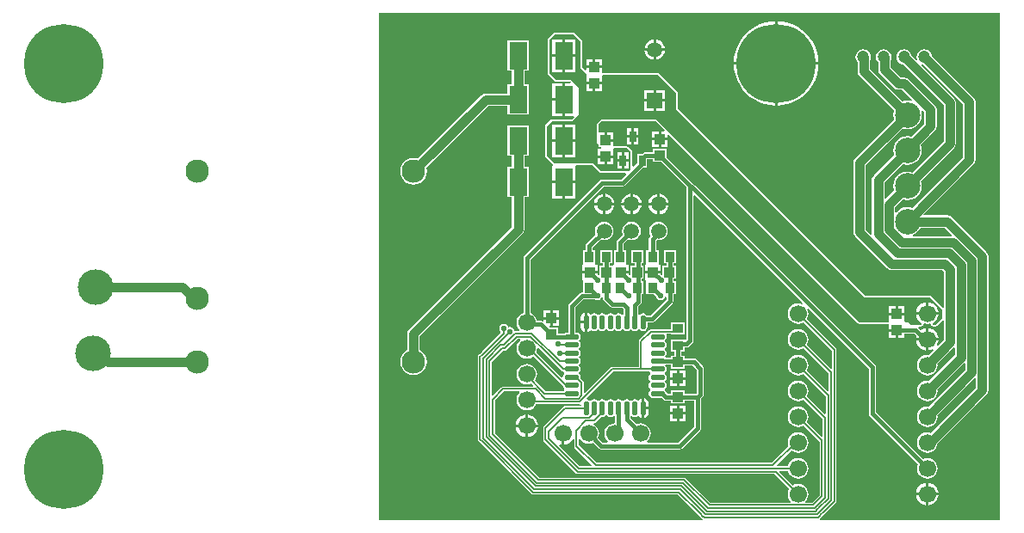
<source format=gtl>
G04*
G04 #@! TF.GenerationSoftware,Altium Limited,Altium Designer,20.1.12 (249)*
G04*
G04 Layer_Physical_Order=1*
G04 Layer_Color=255*
%FSLAX25Y25*%
%MOIN*%
G70*
G04*
G04 #@! TF.SameCoordinates,A6E25834-E18E-4168-B90B-242D5B1D2A4A*
G04*
G04*
G04 #@! TF.FilePolarity,Positive*
G04*
G01*
G75*
%ADD32R,0.03937X0.03937*%
%ADD33R,0.03543X0.03937*%
%ADD34R,0.03937X0.03937*%
%ADD35R,0.02559X0.04331*%
%ADD36R,0.07087X0.10630*%
%ADD37O,0.05709X0.02165*%
%ADD38O,0.02165X0.05709*%
%ADD39R,0.03937X0.03543*%
%ADD40C,0.03500*%
%ADD41C,0.01500*%
%ADD42C,0.00600*%
%ADD43C,0.06693*%
%ADD44C,0.09843*%
%ADD45C,0.30709*%
%ADD46C,0.09055*%
%ADD47C,0.04724*%
%ADD48R,0.05906X0.05906*%
%ADD49C,0.05906*%
%ADD50C,0.13780*%
%ADD51C,0.02165*%
G36*
X352604Y-38493D02*
Y-43209D01*
X347730Y-48083D01*
X347583Y-48022D01*
X346142Y-47833D01*
X344700Y-48022D01*
X343357Y-48579D01*
X342204Y-49464D01*
X341319Y-50617D01*
X340763Y-51960D01*
X340573Y-53402D01*
X340763Y-54843D01*
X340924Y-55231D01*
X333076Y-63079D01*
X332557Y-63856D01*
X332374Y-64773D01*
X332374Y-64773D01*
Y-85671D01*
X332374Y-85671D01*
X332401Y-85806D01*
X331940Y-86052D01*
X329896Y-84008D01*
Y-59256D01*
X335544Y-53608D01*
X335544Y-53608D01*
X344312Y-44840D01*
X344700Y-45001D01*
X346142Y-45191D01*
X347583Y-45001D01*
X348926Y-44445D01*
X350079Y-43560D01*
X350964Y-42406D01*
X351521Y-41063D01*
X351711Y-39622D01*
X351521Y-38181D01*
X351466Y-38048D01*
X351882Y-37770D01*
X352604Y-38493D01*
D02*
G37*
G36*
X351865Y-20067D02*
X352176Y-20108D01*
X367604Y-35536D01*
Y-56110D01*
X347972Y-75742D01*
X347583Y-75582D01*
X346142Y-75392D01*
X344700Y-75582D01*
X343357Y-76138D01*
X342204Y-77023D01*
X341767Y-77593D01*
X341266Y-77423D01*
Y-75445D01*
X344312Y-72399D01*
X344700Y-72560D01*
X346142Y-72750D01*
X347583Y-72560D01*
X348926Y-72004D01*
X350079Y-71119D01*
X350964Y-69965D01*
X351521Y-68622D01*
X351711Y-67181D01*
X351521Y-65740D01*
X351360Y-65351D01*
X364194Y-52517D01*
X364194Y-52517D01*
X364714Y-51740D01*
X364896Y-50823D01*
X364896Y-50823D01*
Y-34917D01*
X364714Y-34000D01*
X364194Y-33223D01*
X364194Y-33223D01*
X351378Y-20407D01*
X351661Y-19983D01*
X351865Y-20067D01*
D02*
G37*
G36*
X363298Y-86142D02*
X363091Y-86642D01*
X348160D01*
X348061Y-86142D01*
X348926Y-85783D01*
X350079Y-84898D01*
X350964Y-83745D01*
X351125Y-83357D01*
X360513D01*
X363298Y-86142D01*
D02*
G37*
G36*
X247701Y-57899D02*
X250891D01*
X260624Y-67632D01*
Y-126472D01*
X260225Y-126796D01*
X259838Y-126656D01*
Y-126656D01*
X254701D01*
Y-131399D01*
X255893D01*
Y-132963D01*
X254701D01*
Y-133730D01*
X252450D01*
X252298Y-133230D01*
X252388Y-133170D01*
X252760Y-132613D01*
X252890Y-131957D01*
X252760Y-131300D01*
X252388Y-130744D01*
X252221Y-130632D01*
Y-130132D01*
X252388Y-130020D01*
X252760Y-129464D01*
X252890Y-128807D01*
X252760Y-128150D01*
X252388Y-127594D01*
X252221Y-127482D01*
Y-126982D01*
X252388Y-126871D01*
X252760Y-126314D01*
X252890Y-125657D01*
X252778Y-125092D01*
X253043Y-124592D01*
X254701D01*
Y-124706D01*
X259838D01*
Y-119963D01*
X254701D01*
Y-122757D01*
X246810D01*
X246459Y-122827D01*
X246161Y-123026D01*
X242351Y-126836D01*
X242152Y-127134D01*
X242082Y-127485D01*
Y-137338D01*
X231857D01*
X231506Y-137408D01*
X231208Y-137607D01*
X221269Y-147546D01*
X220807Y-147354D01*
Y-143388D01*
X220738Y-143037D01*
X220539Y-142739D01*
X219553Y-141754D01*
X219623Y-141405D01*
X219492Y-140749D01*
X219120Y-140192D01*
X218953Y-140081D01*
Y-139581D01*
X219120Y-139469D01*
X219492Y-138912D01*
X219623Y-138256D01*
X219492Y-137599D01*
X219120Y-137043D01*
X218953Y-136931D01*
Y-136431D01*
X219120Y-136319D01*
X219492Y-135763D01*
X219623Y-135106D01*
X219492Y-134450D01*
X219120Y-133893D01*
X218953Y-133782D01*
Y-133282D01*
X219120Y-133170D01*
X219492Y-132613D01*
X219623Y-131957D01*
X219492Y-131300D01*
X219120Y-130744D01*
X218953Y-130632D01*
Y-130132D01*
X219120Y-130020D01*
X219492Y-129464D01*
X219623Y-128807D01*
X219492Y-128150D01*
X219120Y-127594D01*
X218953Y-127482D01*
Y-126982D01*
X219120Y-126871D01*
X219492Y-126314D01*
X219623Y-125657D01*
X219492Y-125001D01*
X219120Y-124444D01*
X218564Y-124072D01*
X217907Y-123942D01*
X217512D01*
Y-114435D01*
X220686Y-111260D01*
X225128D01*
X225440Y-111469D01*
X226096Y-111599D01*
X226753Y-111469D01*
X227309Y-111097D01*
X227681Y-110540D01*
X227739Y-110249D01*
X228239Y-110299D01*
Y-110616D01*
X228344Y-111143D01*
X228643Y-111589D01*
X231027Y-113973D01*
X231027Y-113973D01*
X231473Y-114272D01*
X232000Y-114376D01*
X235623D01*
X236117Y-114871D01*
Y-117001D01*
X235617Y-117152D01*
X235557Y-117062D01*
X235001Y-116691D01*
X234344Y-116560D01*
X233688Y-116691D01*
X233131Y-117062D01*
X233019Y-117229D01*
X232519D01*
X232408Y-117062D01*
X231851Y-116691D01*
X231194Y-116560D01*
X230538Y-116691D01*
X229981Y-117062D01*
X229870Y-117229D01*
X229370D01*
X229258Y-117062D01*
X228701Y-116691D01*
X228045Y-116560D01*
X227388Y-116691D01*
X226832Y-117062D01*
X226720Y-117229D01*
X226220D01*
X226108Y-117062D01*
X225552Y-116691D01*
X224895Y-116560D01*
X224239Y-116691D01*
X223682Y-117062D01*
X223440D01*
X223247Y-116774D01*
X222558Y-116314D01*
X222246Y-116252D01*
Y-120047D01*
Y-123843D01*
X222558Y-123781D01*
X223247Y-123320D01*
X223440Y-123032D01*
X223682D01*
X224239Y-123404D01*
X224895Y-123535D01*
X225552Y-123404D01*
X226108Y-123032D01*
X226220Y-122865D01*
X226720D01*
X226832Y-123032D01*
X227388Y-123404D01*
X228045Y-123535D01*
X228701Y-123404D01*
X229258Y-123032D01*
X229370Y-122865D01*
X229870D01*
X229981Y-123032D01*
X230538Y-123404D01*
X231194Y-123535D01*
X231851Y-123404D01*
X232408Y-123032D01*
X232519Y-122865D01*
X233019D01*
X233131Y-123032D01*
X233688Y-123404D01*
X234344Y-123535D01*
X235001Y-123404D01*
X235557Y-123032D01*
X235669Y-122865D01*
X236169D01*
X236281Y-123032D01*
X236837Y-123404D01*
X237494Y-123535D01*
X238150Y-123404D01*
X238707Y-123032D01*
X238819Y-122865D01*
X239318D01*
X239430Y-123032D01*
X239987Y-123404D01*
X240643Y-123535D01*
X241300Y-123404D01*
X241857Y-123032D01*
X241968Y-122865D01*
X242468D01*
X242580Y-123032D01*
X243136Y-123404D01*
X243793Y-123535D01*
X244449Y-123404D01*
X245006Y-123032D01*
X245378Y-122476D01*
X245509Y-121819D01*
Y-120251D01*
X247126D01*
X247652Y-120146D01*
X248099Y-119848D01*
X255089Y-112858D01*
X255089Y-112857D01*
X255387Y-112411D01*
X255492Y-111884D01*
Y-109250D01*
X256487D01*
Y-104113D01*
X255492D01*
Y-103250D01*
X256487D01*
Y-98113D01*
X255492D01*
Y-97250D01*
X256487D01*
Y-92113D01*
X251744D01*
Y-97250D01*
X252739D01*
Y-98113D01*
X251350D01*
Y-101681D01*
X250881Y-101886D01*
X250588Y-101650D01*
Y-101181D01*
X247620D01*
X244651D01*
Y-103650D01*
X244962D01*
X245051Y-104113D01*
X245051D01*
Y-109250D01*
X247848D01*
X248980Y-110381D01*
X249011Y-110540D01*
X249383Y-111097D01*
X249940Y-111469D01*
X250596Y-111599D01*
X251253Y-111469D01*
X251810Y-111097D01*
X252181Y-110540D01*
X252239Y-110249D01*
X252739Y-110299D01*
Y-111314D01*
X246555Y-117498D01*
X245297D01*
X245006Y-117062D01*
X244449Y-116691D01*
X243793Y-116560D01*
X243136Y-116691D01*
X242580Y-117062D01*
X242520Y-117152D01*
X242020Y-117001D01*
Y-113927D01*
X242973Y-112973D01*
X242973Y-112973D01*
X243272Y-112527D01*
X243376Y-112000D01*
X243376Y-112000D01*
Y-109250D01*
X243987D01*
Y-104113D01*
X243376D01*
Y-103250D01*
X243987D01*
Y-98113D01*
X243376D01*
Y-97250D01*
X243987D01*
Y-92113D01*
X239244D01*
Y-97250D01*
X240623D01*
Y-98113D01*
X238850D01*
Y-101681D01*
X238381Y-101886D01*
X238088Y-101650D01*
Y-101181D01*
X235120D01*
Y-100181D01*
X238088D01*
Y-97713D01*
X237384D01*
X237295Y-97250D01*
X237295Y-97213D01*
Y-92113D01*
X236299D01*
Y-89598D01*
X237927Y-87970D01*
X238342Y-88142D01*
X239269Y-88265D01*
X240197Y-88142D01*
X241061Y-87784D01*
X241803Y-87215D01*
X242373Y-86473D01*
X242731Y-85609D01*
X242853Y-84681D01*
X242731Y-83754D01*
X242373Y-82889D01*
X241803Y-82147D01*
X241061Y-81578D01*
X240197Y-81220D01*
X239269Y-81098D01*
X238342Y-81220D01*
X237478Y-81578D01*
X236735Y-82147D01*
X236166Y-82889D01*
X235808Y-83754D01*
X235686Y-84681D01*
X235808Y-85609D01*
X235980Y-86024D01*
X233949Y-88054D01*
X233651Y-88501D01*
X233546Y-89028D01*
Y-92113D01*
X232551D01*
Y-97213D01*
X232551Y-97250D01*
X232462Y-97713D01*
X232151D01*
X231987Y-98113D01*
X230992D01*
Y-97250D01*
X231987D01*
Y-92113D01*
X227244D01*
Y-97250D01*
X228239D01*
Y-98113D01*
X226850D01*
Y-101681D01*
X226381Y-101886D01*
X226088Y-101650D01*
Y-101181D01*
X223120D01*
X220151D01*
Y-103650D01*
X220462D01*
X220551Y-104113D01*
X220551D01*
Y-108507D01*
X220116D01*
X219589Y-108612D01*
X219143Y-108911D01*
X219143Y-108911D01*
X215162Y-112891D01*
X214864Y-113338D01*
X214759Y-113865D01*
Y-123942D01*
X214364D01*
X213707Y-124072D01*
X213395Y-124281D01*
X210838D01*
Y-122262D01*
X207700D01*
X207464Y-121969D01*
X207669Y-121500D01*
X207769D01*
Y-119032D01*
X205301D01*
Y-119373D01*
X204801Y-119637D01*
X204366Y-119551D01*
X202667D01*
X202614Y-119151D01*
X202217Y-118191D01*
X201584Y-117367D01*
X200760Y-116734D01*
X200146Y-116480D01*
Y-95801D01*
X228570Y-67376D01*
X235801D01*
X236328Y-67272D01*
X236774Y-66973D01*
X243577Y-60171D01*
X245389D01*
Y-56707D01*
X247701D01*
Y-57899D01*
D02*
G37*
G36*
X305644Y-112652D02*
X305361Y-113076D01*
X304782Y-112836D01*
X303752Y-112701D01*
X302722Y-112836D01*
X301762Y-113234D01*
X300937Y-113866D01*
X300305Y-114691D01*
X299907Y-115651D01*
X299771Y-116681D01*
X299907Y-117711D01*
X300305Y-118671D01*
X300937Y-119496D01*
X301762Y-120128D01*
X302722Y-120526D01*
X303752Y-120662D01*
X304782Y-120526D01*
X305742Y-120128D01*
X305832Y-120059D01*
X316882Y-131109D01*
Y-137861D01*
X316420Y-138052D01*
X307130Y-128761D01*
X307199Y-128671D01*
X307597Y-127711D01*
X307733Y-126681D01*
X307597Y-125651D01*
X307199Y-124691D01*
X306567Y-123866D01*
X305742Y-123234D01*
X304782Y-122836D01*
X303752Y-122701D01*
X302722Y-122836D01*
X301762Y-123234D01*
X300937Y-123866D01*
X300305Y-124691D01*
X299907Y-125651D01*
X299771Y-126681D01*
X299907Y-127711D01*
X300305Y-128671D01*
X300937Y-129496D01*
X301762Y-130128D01*
X302722Y-130526D01*
X303752Y-130662D01*
X304782Y-130526D01*
X305742Y-130128D01*
X305832Y-130059D01*
X315682Y-139909D01*
Y-146660D01*
X315220Y-146852D01*
X307130Y-138761D01*
X307199Y-138671D01*
X307597Y-137711D01*
X307733Y-136681D01*
X307597Y-135651D01*
X307199Y-134691D01*
X306567Y-133867D01*
X305742Y-133234D01*
X304782Y-132836D01*
X303752Y-132701D01*
X302722Y-132836D01*
X301762Y-133234D01*
X300937Y-133867D01*
X300305Y-134691D01*
X299907Y-135651D01*
X299771Y-136681D01*
X299907Y-137711D01*
X300305Y-138671D01*
X300937Y-139496D01*
X301762Y-140128D01*
X302722Y-140526D01*
X303752Y-140662D01*
X304782Y-140526D01*
X305742Y-140128D01*
X305832Y-140059D01*
X314482Y-148709D01*
Y-155461D01*
X314020Y-155652D01*
X307130Y-148761D01*
X307199Y-148671D01*
X307597Y-147711D01*
X307733Y-146681D01*
X307597Y-145651D01*
X307199Y-144691D01*
X306567Y-143867D01*
X305742Y-143234D01*
X304782Y-142836D01*
X303752Y-142701D01*
X302722Y-142836D01*
X301762Y-143234D01*
X300937Y-143867D01*
X300305Y-144691D01*
X299907Y-145651D01*
X299771Y-146681D01*
X299907Y-147711D01*
X300305Y-148671D01*
X300937Y-149496D01*
X301762Y-150128D01*
X302722Y-150526D01*
X303752Y-150662D01*
X304782Y-150526D01*
X305742Y-150128D01*
X305832Y-150059D01*
X313282Y-157509D01*
Y-164260D01*
X312820Y-164452D01*
X307130Y-158761D01*
X307199Y-158671D01*
X307597Y-157711D01*
X307733Y-156681D01*
X307597Y-155651D01*
X307199Y-154691D01*
X306567Y-153867D01*
X305742Y-153234D01*
X304782Y-152836D01*
X303752Y-152701D01*
X302722Y-152836D01*
X301762Y-153234D01*
X300937Y-153867D01*
X300305Y-154691D01*
X299907Y-155651D01*
X299771Y-156681D01*
X299907Y-157711D01*
X300305Y-158671D01*
X300937Y-159496D01*
X301762Y-160128D01*
X302722Y-160526D01*
X303752Y-160662D01*
X304782Y-160526D01*
X305742Y-160128D01*
X305832Y-160059D01*
X312082Y-166309D01*
Y-187120D01*
X309192Y-190010D01*
X306674D01*
X306514Y-189536D01*
X306567Y-189496D01*
X307199Y-188671D01*
X307597Y-187711D01*
X307733Y-186681D01*
X307597Y-185651D01*
X307199Y-184691D01*
X306567Y-183867D01*
X305742Y-183234D01*
X304782Y-182836D01*
X303752Y-182701D01*
X302722Y-182836D01*
X301762Y-183234D01*
X301672Y-183303D01*
X296448Y-178080D01*
X296639Y-177618D01*
X299895D01*
X299907Y-177711D01*
X300305Y-178671D01*
X300937Y-179496D01*
X301762Y-180128D01*
X302722Y-180526D01*
X303752Y-180662D01*
X304782Y-180526D01*
X305742Y-180128D01*
X306567Y-179496D01*
X307199Y-178671D01*
X307597Y-177711D01*
X307733Y-176681D01*
X307597Y-175651D01*
X307199Y-174691D01*
X306567Y-173866D01*
X305742Y-173234D01*
X304782Y-172836D01*
X303752Y-172701D01*
X302722Y-172836D01*
X301762Y-173234D01*
X300937Y-173866D01*
X300305Y-174691D01*
X299907Y-175651D01*
X299890Y-175782D01*
X295669D01*
X295477Y-175320D01*
X301144Y-169654D01*
X301762Y-170128D01*
X302722Y-170526D01*
X303752Y-170662D01*
X304782Y-170526D01*
X305742Y-170128D01*
X306567Y-169496D01*
X307199Y-168671D01*
X307597Y-167711D01*
X307733Y-166681D01*
X307597Y-165651D01*
X307199Y-164691D01*
X306567Y-163866D01*
X305742Y-163234D01*
X304782Y-162836D01*
X303752Y-162701D01*
X302722Y-162836D01*
X301762Y-163234D01*
X300937Y-163866D01*
X300305Y-164691D01*
X299907Y-165651D01*
X299771Y-166681D01*
X299907Y-167711D01*
X300078Y-168124D01*
X293620Y-174582D01*
X225880D01*
X218918Y-167620D01*
Y-165447D01*
X219418Y-165296D01*
X219955Y-165996D01*
X220779Y-166628D01*
X221739Y-167026D01*
X222769Y-167162D01*
X223799Y-167026D01*
X224413Y-166772D01*
X226615Y-168973D01*
X226615Y-168973D01*
X227062Y-169272D01*
X227588Y-169376D01*
X258000D01*
X258527Y-169272D01*
X258973Y-168973D01*
X265942Y-162005D01*
X266240Y-161558D01*
X266345Y-161031D01*
Y-149602D01*
X266973Y-148973D01*
X267272Y-148527D01*
X267376Y-148000D01*
X267376Y-148000D01*
Y-138000D01*
X267272Y-137473D01*
X266973Y-137027D01*
X264505Y-134558D01*
X264058Y-134260D01*
X263531Y-134155D01*
X259838D01*
Y-132963D01*
X258646D01*
Y-131399D01*
X259838D01*
Y-129889D01*
X260609D01*
X261136Y-129784D01*
X261582Y-129485D01*
X262973Y-128095D01*
X263272Y-127648D01*
X263376Y-127121D01*
X263376Y-127121D01*
Y-71038D01*
X263838Y-70846D01*
X305644Y-112652D01*
D02*
G37*
G36*
X219500Y-11000D02*
Y-21500D01*
X221862Y-23862D01*
X221801Y-24362D01*
X221801Y-24418D01*
Y-26831D01*
X227738D01*
Y-24500D01*
X227738Y-24362D01*
X228070Y-24000D01*
X249500D01*
X256500Y-31000D01*
Y-37500D01*
X329500Y-110500D01*
X355000D01*
X359500Y-115000D01*
Y-118500D01*
X357000Y-121000D01*
X355990D01*
X355890Y-120500D01*
X355944Y-120478D01*
X356852Y-119781D01*
X357549Y-118873D01*
X357986Y-117816D01*
X358070Y-117181D01*
X353752D01*
Y-116681D01*
D01*
Y-117181D01*
X349434D01*
X349517Y-117816D01*
X349955Y-118873D01*
X350652Y-119781D01*
X351560Y-120478D01*
X351614Y-120500D01*
X351514Y-121000D01*
X347500D01*
X346500Y-120000D01*
X345393D01*
X344969Y-119819D01*
X344969Y-119500D01*
Y-117350D01*
X342000D01*
X339032D01*
Y-119500D01*
X339032Y-119819D01*
X338607Y-120000D01*
X327500D01*
X249000Y-41500D01*
X227500D01*
X226000Y-43000D01*
Y-50500D01*
X226701Y-51201D01*
Y-52100D01*
X227474D01*
X227687Y-52370D01*
X227474Y-52862D01*
X226301D01*
Y-55331D01*
X232238D01*
Y-53000D01*
X232238Y-52862D01*
X232571Y-52500D01*
X237500D01*
X239000Y-54000D01*
X239000Y-60854D01*
X238354Y-61500D01*
X227500D01*
X224500Y-58500D01*
X209500Y-58500D01*
X206500Y-55500D01*
Y-44000D01*
X208500Y-42000D01*
X216500D01*
X219000Y-39500D01*
Y-29000D01*
X216000Y-26000D01*
X210000Y-26000D01*
X207500Y-23500D01*
Y-10500D01*
X209500Y-8500D01*
X217000D01*
X219500Y-11000D01*
D02*
G37*
G36*
X381890Y-196850D02*
X312400D01*
X312244Y-196461D01*
X312235Y-196350D01*
X313340Y-195246D01*
X313340Y-195246D01*
X313691Y-194895D01*
X313691Y-194895D01*
X314043Y-194543D01*
X314043Y-194543D01*
X318449Y-190137D01*
X318648Y-189839D01*
X318718Y-189488D01*
Y-130729D01*
X318648Y-130378D01*
X318449Y-130080D01*
X307130Y-118761D01*
X307199Y-118671D01*
X307597Y-117711D01*
X307733Y-116681D01*
X307597Y-115651D01*
X307357Y-115072D01*
X307781Y-114789D01*
X331123Y-138132D01*
Y-155429D01*
X331228Y-155956D01*
X331527Y-156402D01*
X350161Y-175037D01*
X349907Y-175651D01*
X349771Y-176681D01*
X349907Y-177711D01*
X350305Y-178671D01*
X350937Y-179496D01*
X351762Y-180128D01*
X352722Y-180526D01*
X353752Y-180662D01*
X354782Y-180526D01*
X355742Y-180128D01*
X356567Y-179496D01*
X357199Y-178671D01*
X357597Y-177711D01*
X357733Y-176681D01*
X357597Y-175651D01*
X357199Y-174691D01*
X356567Y-173866D01*
X355742Y-173234D01*
X354782Y-172836D01*
X353752Y-172701D01*
X352722Y-172836D01*
X352108Y-173091D01*
X333876Y-154859D01*
Y-137562D01*
X333876Y-137561D01*
X333772Y-137035D01*
X333473Y-136588D01*
X263377Y-66492D01*
X263135Y-66330D01*
X262973Y-66088D01*
X262973Y-66088D01*
X252838Y-55953D01*
Y-52762D01*
X247701D01*
Y-53954D01*
X244699D01*
X244698Y-53954D01*
X244172Y-54059D01*
X243725Y-54357D01*
X243442Y-54640D01*
X241630D01*
Y-58224D01*
X240111Y-59743D01*
X239649Y-59552D01*
X239649Y-54000D01*
X239459Y-53541D01*
X237959Y-52041D01*
X237500Y-51851D01*
X232571D01*
X232464Y-51746D01*
X232238Y-51442D01*
Y-50032D01*
X229269D01*
Y-49531D01*
X228769D01*
Y-46563D01*
X226649D01*
Y-43269D01*
X227769Y-42149D01*
X248731D01*
X252183Y-45601D01*
X251991Y-46063D01*
X250769D01*
Y-48531D01*
X253238D01*
Y-47309D01*
X253700Y-47118D01*
X327041Y-120459D01*
X327500Y-120649D01*
X338607D01*
X338922Y-120872D01*
X339032Y-121027D01*
Y-122650D01*
X342000D01*
Y-123150D01*
X342500D01*
Y-126118D01*
X344969D01*
Y-124526D01*
X348799D01*
X349606Y-125333D01*
X349517Y-125547D01*
X349434Y-126181D01*
X353252D01*
Y-122363D01*
X352617Y-122447D01*
X351560Y-122885D01*
X351272Y-123106D01*
X350342Y-122176D01*
X350302Y-122149D01*
X350454Y-121649D01*
X351514D01*
X351689Y-121577D01*
X351875Y-121540D01*
X351912Y-121485D01*
X351974Y-121459D01*
X352046Y-121284D01*
X352151Y-121127D01*
X352206Y-120853D01*
X352671Y-120537D01*
X352722Y-120526D01*
X353752Y-120662D01*
X354782Y-120526D01*
X354833Y-120537D01*
X355298Y-120853D01*
X355353Y-121127D01*
X355458Y-121284D01*
X355530Y-121459D01*
X355592Y-121485D01*
X355629Y-121540D01*
X355815Y-121577D01*
X355990Y-121649D01*
X357000D01*
X357459Y-121459D01*
X359804Y-119114D01*
X360304Y-119322D01*
Y-126741D01*
X358032Y-129013D01*
X357608Y-128729D01*
X357986Y-127816D01*
X358070Y-127181D01*
X354252D01*
Y-130999D01*
X354887Y-130916D01*
X355800Y-130537D01*
X356083Y-130961D01*
X354275Y-132770D01*
X353752Y-132701D01*
X352722Y-132836D01*
X351762Y-133234D01*
X350937Y-133867D01*
X350305Y-134691D01*
X349907Y-135651D01*
X349771Y-136681D01*
X349907Y-137711D01*
X350305Y-138671D01*
X350937Y-139496D01*
X351762Y-140128D01*
X352722Y-140526D01*
X353752Y-140662D01*
X354782Y-140526D01*
X355742Y-140128D01*
X356567Y-139496D01*
X357199Y-138671D01*
X357597Y-137711D01*
X357733Y-136681D01*
X357664Y-136158D01*
X363904Y-129918D01*
X364404Y-130125D01*
Y-132641D01*
X354275Y-142770D01*
X353752Y-142701D01*
X352722Y-142836D01*
X351762Y-143234D01*
X350937Y-143867D01*
X350305Y-144691D01*
X349907Y-145651D01*
X349771Y-146681D01*
X349907Y-147711D01*
X350305Y-148671D01*
X350937Y-149496D01*
X351762Y-150128D01*
X352722Y-150526D01*
X353752Y-150662D01*
X354782Y-150526D01*
X355742Y-150128D01*
X356567Y-149496D01*
X357199Y-148671D01*
X357597Y-147711D01*
X357733Y-146681D01*
X357664Y-146158D01*
X368004Y-135818D01*
X368504Y-136025D01*
Y-138541D01*
X354275Y-152769D01*
X353752Y-152701D01*
X352722Y-152836D01*
X351762Y-153234D01*
X350937Y-153867D01*
X350305Y-154691D01*
X349907Y-155651D01*
X349771Y-156681D01*
X349907Y-157711D01*
X350305Y-158671D01*
X350937Y-159496D01*
X351762Y-160128D01*
X352722Y-160526D01*
X353752Y-160662D01*
X354782Y-160526D01*
X355742Y-160128D01*
X356567Y-159496D01*
X357199Y-158671D01*
X357597Y-157711D01*
X357733Y-156681D01*
X357664Y-156158D01*
X372104Y-141718D01*
X372604Y-141925D01*
Y-145554D01*
X355164Y-162994D01*
X354782Y-162836D01*
X353752Y-162701D01*
X352722Y-162836D01*
X351762Y-163234D01*
X350937Y-163866D01*
X350305Y-164691D01*
X349907Y-165651D01*
X349771Y-166681D01*
X349907Y-167711D01*
X350305Y-168671D01*
X350937Y-169496D01*
X351762Y-170128D01*
X352722Y-170526D01*
X353752Y-170662D01*
X354782Y-170526D01*
X355742Y-170128D01*
X356567Y-169496D01*
X357199Y-168671D01*
X357597Y-167711D01*
X357653Y-167281D01*
X376694Y-148241D01*
X376694Y-148241D01*
X377214Y-147463D01*
X377396Y-146546D01*
Y-94455D01*
X377396Y-94455D01*
X377214Y-93538D01*
X376694Y-92761D01*
X376694Y-92761D01*
X363199Y-79266D01*
X362422Y-78747D01*
X361505Y-78565D01*
X361505Y-78565D01*
X352580D01*
X352388Y-78103D01*
X371694Y-58797D01*
X372214Y-58019D01*
X372396Y-57102D01*
X372396Y-57102D01*
Y-34543D01*
X372396Y-34543D01*
X372214Y-33626D01*
X371694Y-32849D01*
X355565Y-16720D01*
X355524Y-16408D01*
X355225Y-15687D01*
X354750Y-15068D01*
X354132Y-14594D01*
X353411Y-14295D01*
X352638Y-14193D01*
X351865Y-14295D01*
X351144Y-14594D01*
X350525Y-15068D01*
X350050Y-15687D01*
X349752Y-16408D01*
X349650Y-17181D01*
X349752Y-17954D01*
X349836Y-18158D01*
X349412Y-18441D01*
X347691Y-16720D01*
X347650Y-16408D01*
X347351Y-15687D01*
X346877Y-15068D01*
X346258Y-14594D01*
X345537Y-14295D01*
X344764Y-14193D01*
X343990Y-14295D01*
X343270Y-14594D01*
X342651Y-15068D01*
X342176Y-15687D01*
X341878Y-16408D01*
X341776Y-17181D01*
X341878Y-17954D01*
X342176Y-18675D01*
X342651Y-19294D01*
X343270Y-19769D01*
X343990Y-20067D01*
X344302Y-20108D01*
X360104Y-35910D01*
Y-49830D01*
X347972Y-61963D01*
X347583Y-61802D01*
X346142Y-61612D01*
X344700Y-61802D01*
X343357Y-62358D01*
X342204Y-63243D01*
X341319Y-64397D01*
X340763Y-65740D01*
X340573Y-67181D01*
X340763Y-68622D01*
X340924Y-69011D01*
X337667Y-72268D01*
X337167Y-72061D01*
Y-65765D01*
X344312Y-58620D01*
X344700Y-58781D01*
X346142Y-58970D01*
X347583Y-58781D01*
X348926Y-58224D01*
X350079Y-57339D01*
X350964Y-56186D01*
X351521Y-54843D01*
X351711Y-53402D01*
X351521Y-51960D01*
X351260Y-51330D01*
X356694Y-45896D01*
X356694Y-45896D01*
X357214Y-45119D01*
X357396Y-44202D01*
X357396Y-44202D01*
Y-37500D01*
X357396Y-37500D01*
X357214Y-36583D01*
X356694Y-35806D01*
X356694Y-35806D01*
X346694Y-25806D01*
X345917Y-25286D01*
X345000Y-25104D01*
X345000Y-25104D01*
X343493D01*
X339520Y-21132D01*
Y-18572D01*
X339776Y-17954D01*
X339878Y-17181D01*
X339776Y-16408D01*
X339477Y-15687D01*
X339002Y-15068D01*
X338384Y-14594D01*
X337663Y-14295D01*
X336890Y-14193D01*
X336117Y-14295D01*
X335396Y-14594D01*
X334777Y-15068D01*
X334302Y-15687D01*
X334004Y-16408D01*
X333902Y-17181D01*
X334004Y-17954D01*
X334302Y-18675D01*
X334728Y-19230D01*
Y-22124D01*
X334728Y-22124D01*
X334910Y-23041D01*
X335430Y-23818D01*
X340806Y-29194D01*
X341583Y-29714D01*
X342500Y-29896D01*
X342500Y-29896D01*
X344007D01*
X347994Y-33882D01*
X347716Y-34298D01*
X347583Y-34243D01*
X346142Y-34053D01*
X344700Y-34243D01*
X344312Y-34404D01*
X331646Y-21738D01*
Y-18572D01*
X331902Y-17954D01*
X332003Y-17181D01*
X331902Y-16408D01*
X331603Y-15687D01*
X331128Y-15068D01*
X330510Y-14594D01*
X329789Y-14295D01*
X329016Y-14193D01*
X328242Y-14295D01*
X327522Y-14594D01*
X326903Y-15068D01*
X326428Y-15687D01*
X326130Y-16408D01*
X326028Y-17181D01*
X326130Y-17954D01*
X326428Y-18675D01*
X326854Y-19230D01*
Y-22730D01*
X326854Y-22730D01*
X327036Y-23647D01*
X327556Y-24425D01*
X340924Y-37792D01*
X340763Y-38181D01*
X340573Y-39622D01*
X340763Y-41063D01*
X340924Y-41452D01*
X332156Y-50220D01*
X332156Y-50220D01*
X332156Y-50220D01*
X325806Y-56569D01*
X325286Y-57347D01*
X325104Y-58264D01*
X325104Y-58264D01*
Y-85000D01*
X325104Y-85000D01*
X325286Y-85917D01*
X325806Y-86694D01*
X338306Y-99194D01*
X339083Y-99714D01*
X340000Y-99896D01*
X340000Y-99896D01*
X359657D01*
X360304Y-100543D01*
Y-114178D01*
X359804Y-114385D01*
X355459Y-110041D01*
X355000Y-109851D01*
X329769D01*
X257149Y-37231D01*
Y-31000D01*
X256959Y-30541D01*
X249959Y-23541D01*
X249500Y-23351D01*
X228070D01*
X227964Y-23246D01*
X227738Y-22942D01*
Y-21531D01*
X221801D01*
Y-22229D01*
X221339Y-22420D01*
X220149Y-21231D01*
Y-11000D01*
X219959Y-10541D01*
X217459Y-8041D01*
X217000Y-7851D01*
X209500D01*
X209041Y-8041D01*
X207041Y-10041D01*
X206851Y-10500D01*
Y-23500D01*
X207041Y-23959D01*
X209541Y-26459D01*
X210000Y-26649D01*
X215587Y-26649D01*
X215755Y-26866D01*
X215511Y-27366D01*
X213628D01*
Y-33681D01*
Y-39996D01*
X216932D01*
X217124Y-40458D01*
X216231Y-41351D01*
X208500D01*
X208041Y-41541D01*
X206041Y-43541D01*
X205851Y-44000D01*
Y-55500D01*
X206041Y-55959D01*
X208948Y-58866D01*
X208833Y-59303D01*
X208794Y-59366D01*
X208584D01*
Y-65181D01*
X217671D01*
Y-59649D01*
X217671Y-59366D01*
X218081Y-59149D01*
X224231D01*
X227041Y-61959D01*
X227500Y-62149D01*
X237052D01*
X237243Y-62611D01*
X235231Y-64624D01*
X228000D01*
X227473Y-64728D01*
X227027Y-65027D01*
X197796Y-94257D01*
X197498Y-94704D01*
X197393Y-95231D01*
Y-116480D01*
X196779Y-116734D01*
X195955Y-117367D01*
X195322Y-118191D01*
X194924Y-119151D01*
X194789Y-120181D01*
X194924Y-121211D01*
X195322Y-122171D01*
X195955Y-122996D01*
X196008Y-123037D01*
X195847Y-123510D01*
X194376D01*
X194048Y-123575D01*
X193933Y-122995D01*
X193561Y-122439D01*
X193005Y-122067D01*
X192348Y-121936D01*
X191692Y-122067D01*
X191491Y-121984D01*
X191450Y-121777D01*
X191078Y-121221D01*
X190522Y-120849D01*
X189865Y-120718D01*
X189209Y-120849D01*
X188652Y-121221D01*
X188280Y-121777D01*
X188150Y-122434D01*
X188280Y-123091D01*
X188652Y-123647D01*
X188672Y-123660D01*
X188710Y-124204D01*
X181457Y-131457D01*
X181457Y-131457D01*
X181105Y-131808D01*
X181105Y-131808D01*
X180754Y-132160D01*
X180754Y-132160D01*
X180403Y-132511D01*
X180403Y-132511D01*
X180051Y-132863D01*
X179852Y-133161D01*
X179782Y-133512D01*
Y-165488D01*
X179852Y-165839D01*
X180051Y-166137D01*
X180403Y-166489D01*
X180403Y-166489D01*
X180754Y-166840D01*
X180754Y-166840D01*
X181105Y-167192D01*
X181105Y-167192D01*
X181457Y-167543D01*
X181457Y-167543D01*
X200563Y-186649D01*
X200861Y-186848D01*
X201212Y-186918D01*
X257332D01*
X264957Y-194543D01*
X264957Y-194543D01*
X265308Y-194895D01*
X265308Y-194895D01*
X265660Y-195246D01*
X265660Y-195246D01*
X266012Y-195597D01*
X266012Y-195597D01*
X266764Y-196350D01*
X266756Y-196461D01*
X266600Y-196850D01*
X141500D01*
X141500Y-0D01*
X381890Y0D01*
X381890Y-196850D01*
D02*
G37*
G36*
X205806Y-132510D02*
X212156Y-138860D01*
X212454Y-139059D01*
X212805Y-139129D01*
X212923D01*
X213151Y-139469D01*
X213318Y-139581D01*
Y-140081D01*
X213151Y-140192D01*
X212779Y-140749D01*
X212673Y-141283D01*
X212323Y-141455D01*
X212162Y-141480D01*
X202403Y-131720D01*
X202614Y-131211D01*
X202750Y-130181D01*
X202741Y-130115D01*
X203189Y-129894D01*
X205806Y-132510D01*
D02*
G37*
G36*
X196373Y-127045D02*
X195955Y-127366D01*
X195322Y-128191D01*
X194924Y-129151D01*
X194789Y-130181D01*
X194924Y-131211D01*
X195322Y-132171D01*
X195955Y-132996D01*
X196779Y-133628D01*
X197739Y-134026D01*
X198769Y-134162D01*
X199800Y-134026D01*
X200760Y-133628D01*
X201301Y-133213D01*
X212649Y-144562D01*
X212779Y-145212D01*
X213151Y-145768D01*
X213318Y-145880D01*
Y-146380D01*
X213151Y-146492D01*
X212953Y-146787D01*
X206085D01*
X201892Y-142594D01*
X202217Y-142171D01*
X202614Y-141211D01*
X202750Y-140181D01*
X202614Y-139151D01*
X202217Y-138191D01*
X201584Y-137366D01*
X200760Y-136734D01*
X199800Y-136336D01*
X198769Y-136201D01*
X197739Y-136336D01*
X196779Y-136734D01*
X195955Y-137366D01*
X195322Y-138191D01*
X194924Y-139151D01*
X194789Y-140181D01*
X194924Y-141211D01*
X195322Y-142171D01*
X195955Y-142996D01*
X196779Y-143628D01*
X197739Y-144026D01*
X198769Y-144162D01*
X199800Y-144026D01*
X200456Y-143754D01*
X201257Y-144555D01*
X201066Y-145017D01*
X189604D01*
X189253Y-145087D01*
X188955Y-145286D01*
X185680Y-148562D01*
X185218Y-148370D01*
Y-135383D01*
X189543Y-131057D01*
X190361D01*
X190713Y-130987D01*
X191010Y-130788D01*
X195254Y-126545D01*
X196204D01*
X196373Y-127045D01*
D02*
G37*
G36*
X254701Y-138100D02*
X259838D01*
Y-136908D01*
X262961D01*
X264623Y-138570D01*
Y-147430D01*
X264398Y-147655D01*
X259838D01*
Y-146463D01*
X254701D01*
Y-147655D01*
X253252D01*
X252788Y-147192D01*
X252760Y-147048D01*
X252388Y-146492D01*
X252221Y-146380D01*
Y-145880D01*
X252388Y-145768D01*
X252760Y-145212D01*
X252890Y-144555D01*
X252760Y-143899D01*
X252388Y-143342D01*
X252221Y-143230D01*
Y-142730D01*
X252388Y-142619D01*
X252760Y-142062D01*
X252890Y-141405D01*
X252760Y-140749D01*
X252388Y-140192D01*
X252221Y-140081D01*
Y-139581D01*
X252388Y-139469D01*
X252760Y-138912D01*
X252890Y-138256D01*
X252760Y-137599D01*
X252388Y-137043D01*
X252298Y-136983D01*
X252450Y-136483D01*
X254701D01*
Y-138100D01*
D02*
G37*
G36*
X229981Y-156300D02*
X230538Y-156672D01*
X231194Y-156802D01*
X231851Y-156672D01*
X232408Y-156300D01*
X232468Y-156210D01*
X232968Y-156362D01*
Y-159027D01*
X232769Y-159201D01*
X231739Y-159336D01*
X230779Y-159734D01*
X229955Y-160366D01*
X229322Y-161191D01*
X228924Y-162151D01*
X228789Y-163181D01*
X228924Y-164211D01*
X229322Y-165171D01*
X229955Y-165996D01*
X230156Y-166150D01*
X229995Y-166624D01*
X228158D01*
X226360Y-164825D01*
X226614Y-164211D01*
X226750Y-163181D01*
X226614Y-162151D01*
X226217Y-161191D01*
X225584Y-160366D01*
X224760Y-159734D01*
X224646Y-159687D01*
X224746Y-159187D01*
X224862D01*
X225213Y-159117D01*
X225511Y-158918D01*
X227696Y-156733D01*
X228045Y-156802D01*
X228701Y-156672D01*
X229258Y-156300D01*
X229370Y-156133D01*
X229870D01*
X229981Y-156300D01*
D02*
G37*
G36*
X246418Y-139469D02*
X246585Y-139581D01*
Y-140081D01*
X246418Y-140192D01*
X246046Y-140749D01*
X245916Y-141405D01*
X246046Y-142062D01*
X246418Y-142619D01*
X246585Y-142730D01*
Y-143230D01*
X246418Y-143342D01*
X246046Y-143899D01*
X245916Y-144555D01*
X246046Y-145212D01*
X246418Y-145768D01*
X246585Y-145880D01*
Y-146380D01*
X246418Y-146492D01*
X246046Y-147048D01*
X245916Y-147705D01*
X246046Y-148361D01*
X246418Y-148918D01*
X246975Y-149290D01*
X247632Y-149420D01*
X251124D01*
X251708Y-150005D01*
X251708Y-150005D01*
X252155Y-150303D01*
X252682Y-150408D01*
X252682Y-150408D01*
X254701D01*
Y-151600D01*
X259838D01*
Y-150408D01*
X263592D01*
Y-160461D01*
X257430Y-166624D01*
X245544D01*
X245383Y-166150D01*
X245584Y-165996D01*
X246217Y-165171D01*
X246614Y-164211D01*
X246750Y-163181D01*
X246614Y-162151D01*
X246217Y-161191D01*
X245584Y-160366D01*
X244759Y-159734D01*
X243799Y-159336D01*
X242769Y-159201D01*
X241739Y-159336D01*
X241125Y-159590D01*
X238870Y-157335D01*
Y-156362D01*
X239370Y-156210D01*
X239430Y-156300D01*
X239987Y-156672D01*
X240643Y-156802D01*
X241300Y-156672D01*
X241856Y-156300D01*
X242099D01*
X242291Y-156588D01*
X242980Y-157048D01*
X243293Y-157111D01*
Y-153315D01*
Y-149519D01*
X242980Y-149582D01*
X242291Y-150042D01*
X242099Y-150330D01*
X241856D01*
X241300Y-149958D01*
X240643Y-149828D01*
X239987Y-149958D01*
X239430Y-150330D01*
X239318Y-150497D01*
X238819D01*
X238707Y-150330D01*
X238150Y-149958D01*
X237494Y-149828D01*
X236837Y-149958D01*
X236281Y-150330D01*
X236169Y-150497D01*
X235669D01*
X235557Y-150330D01*
X235001Y-149958D01*
X234344Y-149828D01*
X233688Y-149958D01*
X233131Y-150330D01*
X233019Y-150497D01*
X232519D01*
X232408Y-150330D01*
X231851Y-149958D01*
X231194Y-149828D01*
X230538Y-149958D01*
X229981Y-150330D01*
X229870Y-150497D01*
X229370D01*
X229258Y-150330D01*
X228701Y-149958D01*
X228045Y-149828D01*
X227388Y-149958D01*
X226832Y-150330D01*
X226720Y-150497D01*
X226220D01*
X226108Y-150330D01*
X225552Y-149958D01*
X224895Y-149828D01*
X224239Y-149958D01*
X223682Y-150330D01*
X223570Y-150497D01*
X223071D01*
X222959Y-150330D01*
X222402Y-149958D01*
X222200Y-149918D01*
X222035Y-149375D01*
X232237Y-139173D01*
X246221D01*
X246418Y-139469D01*
D02*
G37*
G36*
X213269Y-167499D02*
X213904Y-167416D01*
X214961Y-166978D01*
X215869Y-166281D01*
X216566Y-165373D01*
X216582Y-165333D01*
X217082Y-165433D01*
Y-168000D01*
X217152Y-168351D01*
X217351Y-168649D01*
X224023Y-175320D01*
X223831Y-175782D01*
X219277D01*
X211322Y-167827D01*
X211606Y-167404D01*
X211635Y-167416D01*
X212269Y-167499D01*
Y-163181D01*
X213269D01*
Y-167499D01*
D02*
G37*
G36*
X196008Y-147326D02*
X195955Y-147366D01*
X195322Y-148191D01*
X194924Y-149151D01*
X194789Y-150181D01*
X194924Y-151211D01*
X195322Y-152171D01*
X195955Y-152996D01*
X196779Y-153628D01*
X197739Y-154026D01*
X198769Y-154162D01*
X199800Y-154026D01*
X200760Y-153628D01*
X201584Y-152996D01*
X202217Y-152171D01*
X202368Y-151805D01*
X219225D01*
X219335Y-151783D01*
X219688Y-152104D01*
X219732Y-152203D01*
X219673Y-152397D01*
X213685D01*
X213334Y-152467D01*
X213036Y-152666D01*
X205351Y-160351D01*
X205152Y-160649D01*
X205082Y-161000D01*
Y-165500D01*
X205152Y-165851D01*
X205351Y-166149D01*
X217851Y-178649D01*
X218149Y-178848D01*
X218500Y-178918D01*
X294691D01*
X300374Y-184601D01*
X300305Y-184691D01*
X299907Y-185651D01*
X299771Y-186681D01*
X299907Y-187711D01*
X300305Y-188671D01*
X300937Y-189496D01*
X300990Y-189536D01*
X300830Y-190010D01*
X269808D01*
X260349Y-180551D01*
X260051Y-180352D01*
X259700Y-180282D01*
X203580D01*
X186418Y-163120D01*
Y-150419D01*
X189984Y-146852D01*
X195847D01*
X196008Y-147326D01*
D02*
G37*
%LPC*%
G36*
X250269Y-70260D02*
Y-73681D01*
X253690D01*
X253620Y-73149D01*
X253222Y-72188D01*
X252588Y-71362D01*
X251763Y-70728D01*
X250801Y-70330D01*
X250269Y-70260D01*
D02*
G37*
G36*
X249269D02*
X248737Y-70330D01*
X247776Y-70728D01*
X246950Y-71362D01*
X246317Y-72188D01*
X245918Y-73149D01*
X245848Y-73681D01*
X249269D01*
Y-70260D01*
D02*
G37*
G36*
X239769D02*
Y-73681D01*
X243190D01*
X243120Y-73149D01*
X242722Y-72188D01*
X242088Y-71362D01*
X241263Y-70728D01*
X240301Y-70330D01*
X239769Y-70260D01*
D02*
G37*
G36*
X238769D02*
X238237Y-70330D01*
X237276Y-70728D01*
X236450Y-71362D01*
X235817Y-72188D01*
X235418Y-73149D01*
X235348Y-73681D01*
X238769D01*
Y-70260D01*
D02*
G37*
G36*
X229269D02*
Y-73681D01*
X232690D01*
X232620Y-73149D01*
X232222Y-72188D01*
X231588Y-71362D01*
X230763Y-70728D01*
X229801Y-70330D01*
X229269Y-70260D01*
D02*
G37*
G36*
X228269D02*
X227737Y-70330D01*
X226776Y-70728D01*
X225950Y-71362D01*
X225317Y-72188D01*
X224918Y-73149D01*
X224848Y-73681D01*
X228269D01*
Y-70260D01*
D02*
G37*
G36*
X253690Y-74681D02*
X250269D01*
Y-78102D01*
X250801Y-78032D01*
X251763Y-77634D01*
X252588Y-77000D01*
X253222Y-76174D01*
X253620Y-75213D01*
X253690Y-74681D01*
D02*
G37*
G36*
X249269D02*
X245848D01*
X245918Y-75213D01*
X246317Y-76174D01*
X246950Y-77000D01*
X247776Y-77634D01*
X248737Y-78032D01*
X249269Y-78102D01*
Y-74681D01*
D02*
G37*
G36*
X243190D02*
X239769D01*
Y-78102D01*
X240301Y-78032D01*
X241263Y-77634D01*
X242088Y-77000D01*
X242722Y-76174D01*
X243120Y-75213D01*
X243190Y-74681D01*
D02*
G37*
G36*
X238769D02*
X235348D01*
X235418Y-75213D01*
X235817Y-76174D01*
X236450Y-77000D01*
X237276Y-77634D01*
X238237Y-78032D01*
X238769Y-78102D01*
Y-74681D01*
D02*
G37*
G36*
X232690D02*
X229269D01*
Y-78102D01*
X229801Y-78032D01*
X230763Y-77634D01*
X231588Y-77000D01*
X232222Y-76174D01*
X232620Y-75213D01*
X232690Y-74681D01*
D02*
G37*
G36*
X228269D02*
X224848D01*
X224918Y-75213D01*
X225317Y-76174D01*
X225950Y-77000D01*
X226776Y-77634D01*
X227737Y-78032D01*
X228269Y-78102D01*
Y-74681D01*
D02*
G37*
G36*
X249769Y-81098D02*
X248842Y-81220D01*
X247978Y-81578D01*
X247235Y-82147D01*
X246666Y-82889D01*
X246308Y-83754D01*
X246186Y-84681D01*
X246308Y-85609D01*
X246666Y-86473D01*
X246709Y-86529D01*
X246449Y-86789D01*
X246151Y-87236D01*
X246046Y-87762D01*
Y-92113D01*
X245051D01*
Y-97213D01*
X245051Y-97250D01*
X244962Y-97713D01*
X244651D01*
Y-100181D01*
X247620D01*
X250588D01*
Y-97713D01*
X249884D01*
X249795Y-97250D01*
X249795Y-97213D01*
Y-92113D01*
X248799D01*
Y-88593D01*
X249242Y-88195D01*
X249769Y-88265D01*
X250697Y-88142D01*
X251561Y-87784D01*
X252303Y-87215D01*
X252873Y-86473D01*
X253231Y-85609D01*
X253353Y-84681D01*
X253231Y-83754D01*
X252873Y-82889D01*
X252303Y-82147D01*
X251561Y-81578D01*
X250697Y-81220D01*
X249769Y-81098D01*
D02*
G37*
G36*
X228769D02*
X227842Y-81220D01*
X226978Y-81578D01*
X226235Y-82147D01*
X225666Y-82889D01*
X225308Y-83754D01*
X225186Y-84681D01*
X225308Y-85609D01*
X225480Y-86024D01*
X222014Y-89489D01*
X221716Y-89936D01*
X221611Y-90463D01*
Y-92113D01*
X220551D01*
Y-97213D01*
X220551Y-97250D01*
X220462Y-97713D01*
X220151D01*
Y-100181D01*
X223120D01*
X226088D01*
Y-97713D01*
X225384D01*
X225294Y-97250D01*
X225294Y-97213D01*
Y-92113D01*
X224364D01*
Y-91033D01*
X227427Y-87970D01*
X227842Y-88142D01*
X228769Y-88265D01*
X229697Y-88142D01*
X230561Y-87784D01*
X231303Y-87215D01*
X231873Y-86473D01*
X232231Y-85609D01*
X232353Y-84681D01*
X232231Y-83754D01*
X231873Y-82889D01*
X231303Y-82147D01*
X230561Y-81578D01*
X229697Y-81220D01*
X228769Y-81098D01*
D02*
G37*
G36*
X211238Y-115563D02*
X208769D01*
Y-118032D01*
X211238D01*
Y-115563D01*
D02*
G37*
G36*
X207769D02*
X205301D01*
Y-118032D01*
X207769D01*
Y-115563D01*
D02*
G37*
G36*
X221246Y-116252D02*
X220933Y-116314D01*
X220244Y-116774D01*
X219784Y-117463D01*
X219622Y-118276D01*
Y-119547D01*
X221246D01*
Y-116252D01*
D02*
G37*
G36*
X211238Y-119032D02*
X208769D01*
Y-121500D01*
X211238D01*
Y-119032D01*
D02*
G37*
G36*
X221246Y-120547D02*
X219622D01*
Y-121819D01*
X219784Y-122632D01*
X220244Y-123320D01*
X220933Y-123781D01*
X221246Y-123843D01*
Y-120547D01*
D02*
G37*
G36*
X217671Y-10366D02*
X213628D01*
Y-16181D01*
X217671D01*
Y-10366D01*
D02*
G37*
G36*
X212628D02*
X208584D01*
Y-16181D01*
X212628D01*
Y-10366D01*
D02*
G37*
G36*
X217671Y-17181D02*
X213628D01*
Y-22996D01*
X217671D01*
Y-17181D01*
D02*
G37*
G36*
X212628D02*
X208584D01*
Y-22996D01*
X212628D01*
Y-17181D01*
D02*
G37*
G36*
X227738Y-27831D02*
X225269D01*
Y-30299D01*
X227738D01*
Y-27831D01*
D02*
G37*
G36*
X224269D02*
X221801D01*
Y-30299D01*
X224269D01*
Y-27831D01*
D02*
G37*
G36*
X252222Y-30071D02*
X248769D01*
Y-33524D01*
X252222D01*
Y-30071D01*
D02*
G37*
G36*
X247769D02*
X244317D01*
Y-33524D01*
X247769D01*
Y-30071D01*
D02*
G37*
G36*
X252222Y-34524D02*
X248769D01*
Y-37976D01*
X252222D01*
Y-34524D01*
D02*
G37*
G36*
X247769D02*
X244317D01*
Y-37976D01*
X247769D01*
Y-34524D01*
D02*
G37*
G36*
X217671Y-43366D02*
X213628D01*
Y-49181D01*
X217671D01*
Y-43366D01*
D02*
G37*
G36*
X212628D02*
X208584D01*
Y-49181D01*
X212628D01*
Y-43366D01*
D02*
G37*
G36*
X217671Y-50181D02*
X213628D01*
Y-55996D01*
X217671D01*
Y-50181D01*
D02*
G37*
G36*
X212628D02*
X208584D01*
Y-55996D01*
X212628D01*
Y-50181D01*
D02*
G37*
G36*
X238309Y-54240D02*
X236529D01*
Y-56906D01*
X238309D01*
Y-54240D01*
D02*
G37*
G36*
X235529D02*
X233750D01*
Y-56906D01*
X235529D01*
Y-54240D01*
D02*
G37*
G36*
X232238Y-56331D02*
X229769D01*
Y-58799D01*
X232238D01*
Y-56331D01*
D02*
G37*
G36*
X228769D02*
X226301D01*
Y-58799D01*
X228769D01*
Y-56331D01*
D02*
G37*
G36*
X238309Y-57906D02*
X236529D01*
Y-60571D01*
X238309D01*
Y-57906D01*
D02*
G37*
G36*
X235529D02*
X233750D01*
Y-60571D01*
X235529D01*
Y-57906D01*
D02*
G37*
G36*
X354252Y-112363D02*
Y-116181D01*
X358070D01*
X357986Y-115547D01*
X357549Y-114489D01*
X356852Y-113581D01*
X355944Y-112884D01*
X354887Y-112446D01*
X354252Y-112363D01*
D02*
G37*
G36*
X353252D02*
X352617Y-112446D01*
X351560Y-112884D01*
X350652Y-113581D01*
X349955Y-114489D01*
X349517Y-115547D01*
X349434Y-116181D01*
X353252D01*
Y-112363D01*
D02*
G37*
G36*
X344969Y-113882D02*
X342500D01*
Y-116350D01*
X344969D01*
Y-113882D01*
D02*
G37*
G36*
X341500D02*
X339032D01*
Y-116350D01*
X341500D01*
Y-113882D01*
D02*
G37*
G36*
X248769Y-10418D02*
Y-13839D01*
X252190D01*
X252120Y-13307D01*
X251722Y-12345D01*
X251088Y-11519D01*
X250263Y-10886D01*
X249301Y-10488D01*
X248769Y-10418D01*
D02*
G37*
G36*
X247769D02*
X247237Y-10488D01*
X246276Y-10886D01*
X245450Y-11519D01*
X244817Y-12345D01*
X244418Y-13307D01*
X244348Y-13839D01*
X247769D01*
Y-10418D01*
D02*
G37*
G36*
X252190Y-14839D02*
X248769D01*
Y-18260D01*
X249301Y-18190D01*
X250263Y-17791D01*
X251088Y-17158D01*
X251722Y-16332D01*
X252120Y-15371D01*
X252190Y-14839D01*
D02*
G37*
G36*
X247769D02*
X244348D01*
X244418Y-15371D01*
X244817Y-16332D01*
X245450Y-17158D01*
X246276Y-17791D01*
X247237Y-18190D01*
X247769Y-18260D01*
Y-14839D01*
D02*
G37*
G36*
X295776Y-3328D02*
Y-19185D01*
X311632D01*
X311525Y-17546D01*
X311107Y-15443D01*
X310417Y-13413D01*
X309469Y-11490D01*
X308278Y-9708D01*
X306865Y-8096D01*
X305253Y-6682D01*
X303470Y-5491D01*
X301548Y-4543D01*
X299517Y-3854D01*
X297415Y-3436D01*
X295776Y-3328D01*
D02*
G37*
G36*
X294776D02*
X293136Y-3436D01*
X291034Y-3854D01*
X289004Y-4543D01*
X287081Y-5491D01*
X285298Y-6682D01*
X283686Y-8096D01*
X282273Y-9708D01*
X281082Y-11490D01*
X280134Y-13413D01*
X279445Y-15443D01*
X279026Y-17546D01*
X278919Y-19185D01*
X294776D01*
Y-3328D01*
D02*
G37*
G36*
X227738Y-18063D02*
X225269D01*
Y-20531D01*
X227738D01*
Y-18063D01*
D02*
G37*
G36*
X224269D02*
X221801D01*
Y-20531D01*
X224269D01*
Y-18063D01*
D02*
G37*
G36*
X199554Y-10766D02*
X191268D01*
Y-22596D01*
X193015D01*
Y-27766D01*
X191268D01*
Y-31285D01*
X182765D01*
X182765Y-31285D01*
X181848Y-31468D01*
X181071Y-31987D01*
X181071Y-31987D01*
X156459Y-56599D01*
X156269Y-56520D01*
X154931Y-56344D01*
X153592Y-56520D01*
X152345Y-57037D01*
X151274Y-57859D01*
X150452Y-58930D01*
X149935Y-60177D01*
X149759Y-61516D01*
X149935Y-62854D01*
X150452Y-64102D01*
X151274Y-65173D01*
X152345Y-65995D01*
X153592Y-66511D01*
X154931Y-66688D01*
X156269Y-66511D01*
X157517Y-65995D01*
X158588Y-65173D01*
X159410Y-64102D01*
X159926Y-62854D01*
X160102Y-61516D01*
X159926Y-60177D01*
X159848Y-59987D01*
X183758Y-36077D01*
X191268D01*
Y-39596D01*
X199554D01*
Y-27766D01*
X197807D01*
Y-22596D01*
X199554D01*
Y-10766D01*
D02*
G37*
G36*
X212628Y-27366D02*
X208584D01*
Y-33181D01*
X212628D01*
Y-27366D01*
D02*
G37*
G36*
X311632Y-20185D02*
X295776D01*
Y-36042D01*
X297415Y-35934D01*
X299517Y-35516D01*
X301548Y-34827D01*
X303470Y-33879D01*
X305253Y-32688D01*
X306865Y-31274D01*
X308278Y-29662D01*
X309469Y-27880D01*
X310417Y-25957D01*
X311107Y-23927D01*
X311525Y-21824D01*
X311632Y-20185D01*
D02*
G37*
G36*
X294776D02*
X278919D01*
X279026Y-21824D01*
X279445Y-23927D01*
X280134Y-25957D01*
X281082Y-27880D01*
X282273Y-29662D01*
X283686Y-31274D01*
X285298Y-32688D01*
X287081Y-33879D01*
X289004Y-34827D01*
X291034Y-35516D01*
X293136Y-35934D01*
X294776Y-36042D01*
Y-20185D01*
D02*
G37*
G36*
X212628Y-34181D02*
X208584D01*
Y-39996D01*
X212628D01*
Y-34181D01*
D02*
G37*
G36*
X242049Y-44791D02*
X240269D01*
Y-47457D01*
X242049D01*
Y-44791D01*
D02*
G37*
G36*
X239269D02*
X237490D01*
Y-47457D01*
X239269D01*
Y-44791D01*
D02*
G37*
G36*
X249769Y-46063D02*
X247301D01*
Y-48531D01*
X249769D01*
Y-46063D01*
D02*
G37*
G36*
X232238Y-46563D02*
X229769D01*
Y-49031D01*
X232238D01*
Y-46563D01*
D02*
G37*
G36*
X242049Y-48457D02*
X240269D01*
Y-51122D01*
X242049D01*
Y-48457D01*
D02*
G37*
G36*
X239269D02*
X237490D01*
Y-51122D01*
X239269D01*
Y-48457D01*
D02*
G37*
G36*
X253238Y-49531D02*
X250769D01*
Y-52000D01*
X253238D01*
Y-49531D01*
D02*
G37*
G36*
X249769D02*
X247301D01*
Y-52000D01*
X249769D01*
Y-49531D01*
D02*
G37*
G36*
X217671Y-66181D02*
X213628D01*
Y-71996D01*
X217671D01*
Y-66181D01*
D02*
G37*
G36*
X212628D02*
X208584D01*
Y-71996D01*
X212628D01*
Y-66181D01*
D02*
G37*
G36*
X341500Y-123650D02*
X339032D01*
Y-126118D01*
X341500D01*
Y-123650D01*
D02*
G37*
G36*
X354252Y-122363D02*
Y-126181D01*
X358070D01*
X357986Y-125547D01*
X357549Y-124489D01*
X356852Y-123581D01*
X355944Y-122885D01*
X354887Y-122447D01*
X354252Y-122363D01*
D02*
G37*
G36*
X353252Y-127181D02*
X349434D01*
X349517Y-127816D01*
X349955Y-128873D01*
X350652Y-129781D01*
X351560Y-130478D01*
X352617Y-130916D01*
X353252Y-130999D01*
Y-127181D01*
D02*
G37*
G36*
X199554Y-43766D02*
X191268D01*
Y-55596D01*
X193015D01*
Y-59766D01*
X191268D01*
Y-71596D01*
X193015D01*
Y-83124D01*
X153236Y-122903D01*
X152717Y-123680D01*
X152535Y-124597D01*
X152535Y-124597D01*
Y-130777D01*
X152345Y-130856D01*
X151274Y-131678D01*
X150452Y-132749D01*
X149935Y-133996D01*
X149759Y-135335D01*
X149935Y-136673D01*
X150452Y-137920D01*
X151274Y-138992D01*
X152345Y-139814D01*
X153592Y-140330D01*
X154931Y-140506D01*
X156269Y-140330D01*
X157517Y-139814D01*
X158588Y-138992D01*
X159410Y-137920D01*
X159926Y-136673D01*
X160102Y-135335D01*
X159926Y-133996D01*
X159410Y-132749D01*
X158588Y-131678D01*
X157517Y-130856D01*
X157327Y-130777D01*
Y-125589D01*
X197105Y-85811D01*
X197105Y-85811D01*
X197625Y-85034D01*
X197807Y-84117D01*
Y-71596D01*
X199554D01*
Y-59766D01*
X197807D01*
Y-55596D01*
X199554D01*
Y-43766D01*
D02*
G37*
G36*
X354252Y-182363D02*
Y-186181D01*
X358070D01*
X357986Y-185547D01*
X357549Y-184489D01*
X356852Y-183581D01*
X355944Y-182885D01*
X354887Y-182447D01*
X354252Y-182363D01*
D02*
G37*
G36*
X353252D02*
X352617Y-182447D01*
X351560Y-182885D01*
X350652Y-183581D01*
X349955Y-184489D01*
X349517Y-185547D01*
X349434Y-186181D01*
X353252D01*
Y-182363D01*
D02*
G37*
G36*
X358070Y-187181D02*
X354252D01*
Y-190999D01*
X354887Y-190916D01*
X355944Y-190478D01*
X356852Y-189781D01*
X357549Y-188873D01*
X357986Y-187816D01*
X358070Y-187181D01*
D02*
G37*
G36*
X353252D02*
X349434D01*
X349517Y-187816D01*
X349955Y-188873D01*
X350652Y-189781D01*
X351560Y-190478D01*
X352617Y-190916D01*
X353252Y-190999D01*
Y-187181D01*
D02*
G37*
G36*
X260238Y-138862D02*
X257769D01*
Y-141331D01*
X260238D01*
Y-138862D01*
D02*
G37*
G36*
X256769D02*
X254301D01*
Y-141331D01*
X256769D01*
Y-138862D01*
D02*
G37*
G36*
X260238Y-142331D02*
X257769D01*
Y-144799D01*
X260238D01*
Y-142331D01*
D02*
G37*
G36*
X256769D02*
X254301D01*
Y-144799D01*
X256769D01*
Y-142331D01*
D02*
G37*
G36*
X244293Y-149519D02*
Y-152815D01*
X245916D01*
Y-151543D01*
X245755Y-150731D01*
X245294Y-150042D01*
X244605Y-149582D01*
X244293Y-149519D01*
D02*
G37*
G36*
X260238Y-152362D02*
X257769D01*
Y-154831D01*
X260238D01*
Y-152362D01*
D02*
G37*
G36*
X256769D02*
X254301D01*
Y-154831D01*
X256769D01*
Y-152362D01*
D02*
G37*
G36*
X245916Y-153815D02*
X244293D01*
Y-157111D01*
X244605Y-157048D01*
X245294Y-156588D01*
X245755Y-155899D01*
X245916Y-155087D01*
Y-153815D01*
D02*
G37*
G36*
X260238Y-155831D02*
X257769D01*
Y-158299D01*
X260238D01*
Y-155831D01*
D02*
G37*
G36*
X256769D02*
X254301D01*
Y-158299D01*
X256769D01*
Y-155831D01*
D02*
G37*
G36*
X199269Y-155863D02*
Y-159681D01*
X203087D01*
X203004Y-159046D01*
X202566Y-157989D01*
X201869Y-157081D01*
X200961Y-156385D01*
X199904Y-155947D01*
X199269Y-155863D01*
D02*
G37*
G36*
X198269D02*
X197635Y-155947D01*
X196577Y-156385D01*
X195669Y-157081D01*
X194973Y-157989D01*
X194535Y-159046D01*
X194451Y-159681D01*
X198269D01*
Y-155863D01*
D02*
G37*
G36*
Y-160681D02*
X194451D01*
X194535Y-161316D01*
X194973Y-162373D01*
X195669Y-163281D01*
X196577Y-163978D01*
X197635Y-164416D01*
X198269Y-164499D01*
Y-160681D01*
D02*
G37*
G36*
X203087D02*
X199269D01*
Y-164499D01*
X199904Y-164416D01*
X200961Y-163978D01*
X201869Y-163281D01*
X202566Y-162373D01*
X203004Y-161316D01*
X203087Y-160681D01*
D02*
G37*
%LPD*%
D32*
X342000Y-123150D02*
D03*
Y-116850D02*
D03*
X257269Y-155331D02*
D03*
Y-149031D02*
D03*
Y-141831D02*
D03*
Y-135531D02*
D03*
X208269Y-118532D02*
D03*
Y-124831D02*
D03*
X250269Y-49031D02*
D03*
Y-55331D02*
D03*
X229269Y-49531D02*
D03*
Y-55831D02*
D03*
X224769Y-21032D02*
D03*
Y-27331D02*
D03*
D33*
X254116Y-106681D02*
D03*
X247423D02*
D03*
X241616D02*
D03*
X234923D02*
D03*
X229616D02*
D03*
X222923D02*
D03*
X254116Y-94681D02*
D03*
X247423D02*
D03*
X241616D02*
D03*
X234923D02*
D03*
X229616D02*
D03*
X222923D02*
D03*
D34*
X247620Y-100681D02*
D03*
X253919D02*
D03*
X235120D02*
D03*
X241419D02*
D03*
X223120D02*
D03*
X229419D02*
D03*
D35*
X239769Y-47957D02*
D03*
X243510Y-57406D02*
D03*
X236029D02*
D03*
D36*
X195411Y-49681D02*
D03*
X213128D02*
D03*
Y-65681D02*
D03*
X195411D02*
D03*
Y-16681D02*
D03*
X213128D02*
D03*
Y-33681D02*
D03*
X195411D02*
D03*
D37*
X249403Y-147705D02*
D03*
Y-144555D02*
D03*
Y-141405D02*
D03*
Y-138256D02*
D03*
Y-135106D02*
D03*
Y-131957D02*
D03*
Y-128807D02*
D03*
Y-125657D02*
D03*
X216135D02*
D03*
Y-128807D02*
D03*
Y-131957D02*
D03*
Y-135106D02*
D03*
Y-138256D02*
D03*
Y-141405D02*
D03*
Y-144555D02*
D03*
Y-147705D02*
D03*
D38*
X243793Y-120047D02*
D03*
X240643D02*
D03*
X237494D02*
D03*
X234344D02*
D03*
X231194D02*
D03*
X228045D02*
D03*
X224895D02*
D03*
X221746D02*
D03*
Y-153315D02*
D03*
X224895D02*
D03*
X228045D02*
D03*
X231194D02*
D03*
X234344D02*
D03*
X237494D02*
D03*
X240643D02*
D03*
X243793D02*
D03*
D39*
X257269Y-122335D02*
D03*
Y-129028D02*
D03*
D40*
X36704Y-135335D02*
X71269D01*
X33551Y-132181D02*
X36704Y-135335D01*
X30769Y-132181D02*
X33551D01*
X352638Y-17181D02*
X370000Y-34543D01*
X346142Y-80961D02*
X370000Y-57102D01*
Y-34543D01*
X344764Y-17181D02*
X362500Y-34917D01*
X355000Y-44202D02*
Y-37500D01*
X346142Y-53060D02*
X355000Y-44202D01*
X346142Y-67181D02*
X362500Y-50823D01*
X346142Y-53402D02*
Y-53060D01*
X362500Y-50823D02*
Y-34917D01*
X336890Y-17181D02*
X337124Y-17415D01*
Y-22124D02*
Y-17415D01*
Y-22124D02*
X342500Y-27500D01*
X345000D01*
X355000Y-37500D01*
X329250Y-22730D02*
X346142Y-39622D01*
X329250Y-22730D02*
Y-17415D01*
X329016Y-17181D02*
X329250Y-17415D01*
X353752Y-136681D02*
X362700Y-127733D01*
X353752Y-136681D02*
X353752D01*
X362700Y-127733D02*
Y-99550D01*
X370900Y-139533D02*
Y-96154D01*
X353752Y-156681D02*
X370900Y-139533D01*
X363784Y-89038D02*
X370900Y-96154D01*
X346142Y-80961D02*
X361505D01*
X338871Y-83973D02*
X343936Y-89038D01*
X363784D01*
X327500Y-85000D02*
X340000Y-97500D01*
X361505Y-80961D02*
X375000Y-94455D01*
X342238Y-93138D02*
X362086D01*
X353752Y-146681D02*
X366800Y-133633D01*
X334770Y-85671D02*
X342238Y-93138D01*
X334770Y-85671D02*
Y-64773D01*
X360650Y-97500D02*
X362700Y-99550D01*
X366800Y-133633D02*
Y-97852D01*
X375000Y-146546D02*
Y-94455D01*
X340000Y-97500D02*
X360650D01*
X355476Y-166070D02*
X375000Y-146546D01*
X334770Y-64773D02*
X346142Y-53402D01*
X362086Y-93138D02*
X366800Y-97852D01*
X327500Y-85000D02*
Y-58264D01*
X338871Y-83973D02*
Y-74452D01*
X346142Y-67181D01*
X327500Y-58264D02*
X333850Y-51914D01*
X333850D01*
X346142Y-39622D01*
X354363Y-166070D02*
X355476D01*
X353752Y-166681D02*
X354363Y-166070D01*
X195411Y-33681D02*
Y-16681D01*
X154931Y-61516D02*
X182765Y-33681D01*
X195411D01*
Y-65681D02*
Y-49681D01*
Y-84117D02*
Y-65681D01*
X154931Y-124597D02*
X195411Y-84117D01*
X154931Y-135335D02*
Y-124597D01*
X31769Y-106575D02*
X65613D01*
X69766Y-110728D01*
X71269D01*
D41*
X262000Y-127121D02*
Y-67061D01*
X250269Y-55331D02*
X262000Y-67061D01*
X332500Y-155429D02*
X353752Y-176681D01*
X332500Y-155429D02*
Y-137561D01*
X262404Y-67465D02*
X332500Y-137561D01*
X342000Y-123150D02*
X349369D01*
X352900Y-126681D01*
X353752D01*
X222769Y-163181D02*
X227588Y-168000D01*
X258000D01*
X264968Y-161031D02*
Y-149031D01*
X258000Y-168000D02*
X264968Y-161031D01*
X252682Y-149031D02*
X257269D01*
X251355Y-147705D02*
X252682Y-149031D01*
X249403Y-147705D02*
X251355D01*
X257269Y-149031D02*
X264968D01*
X266000Y-148000D01*
Y-138000D01*
X257269Y-135531D02*
X263531D01*
X266000Y-138000D01*
X256844Y-135106D02*
X257269Y-135531D01*
X249403Y-135106D02*
X256844D01*
X257269Y-135531D02*
Y-129028D01*
X257785Y-128512D01*
X260609D01*
X262000Y-127121D01*
X237494Y-157905D02*
Y-153315D01*
Y-157905D02*
X242769Y-163181D01*
X234344Y-160201D02*
Y-153315D01*
X232769Y-161776D02*
X234344Y-160201D01*
X232769Y-163181D02*
Y-161776D01*
X209096Y-125657D02*
X216135D01*
X204366Y-120927D02*
X209096Y-125657D01*
X216135D02*
Y-113865D01*
X220116Y-109884D01*
X226096D01*
X198769Y-120181D02*
X199515Y-120927D01*
X204366D01*
X198769Y-120181D02*
Y-95231D01*
X228000Y-66000D01*
X243510Y-58291D02*
Y-57406D01*
X235801Y-66000D02*
X243510Y-58291D01*
X228000Y-66000D02*
X235801D01*
X222923Y-106878D02*
Y-106681D01*
Y-106878D02*
X225929Y-109884D01*
X226096D01*
X247423Y-106878D02*
Y-106681D01*
Y-106878D02*
X250429Y-109884D01*
X250596D01*
X237929D02*
X238096D01*
X234923Y-106878D02*
Y-106681D01*
Y-106878D02*
X237929Y-109884D01*
X247620Y-100681D02*
X250793Y-103855D01*
Y-103884D02*
Y-103855D01*
X235120Y-100681D02*
X238293Y-103855D01*
Y-103884D02*
Y-103855D01*
X223120Y-100681D02*
X226293Y-103855D01*
Y-103884D02*
Y-103855D01*
X232000Y-113000D02*
X236193D01*
X237494Y-114301D01*
Y-120047D02*
Y-114301D01*
X229616Y-100681D02*
Y-94681D01*
Y-106681D02*
Y-100681D01*
X254116Y-106681D02*
Y-94681D01*
Y-111884D02*
Y-106681D01*
X247126Y-118874D02*
X254116Y-111884D01*
X243793Y-120047D02*
Y-119182D01*
X244100Y-118874D01*
X247126D01*
X242000Y-112000D02*
Y-95065D01*
X241616Y-94681D02*
X242000Y-95065D01*
X240643Y-120047D02*
Y-113357D01*
X242000Y-112000D01*
X229616Y-110616D02*
Y-106681D01*
Y-110616D02*
X232000Y-113000D01*
X249769Y-85416D02*
Y-84681D01*
X247423Y-87762D02*
X249769Y-85416D01*
X247423Y-94681D02*
Y-87762D01*
X234923Y-89028D02*
X239269Y-84681D01*
X234923Y-94681D02*
Y-89028D01*
X222988Y-90463D02*
X228769Y-84681D01*
X222988Y-94616D02*
Y-90463D01*
X222923Y-94681D02*
X222988Y-94616D01*
X244698Y-55331D02*
X250269D01*
X243510Y-56520D02*
X244698Y-55331D01*
X243510Y-57406D02*
Y-56520D01*
D42*
X189729Y-122771D02*
X189865Y-122635D01*
X182603Y-133306D02*
X192257Y-123652D01*
X189865Y-122635D02*
Y-122434D01*
X192257Y-123652D02*
X192348D01*
X215982Y-128654D02*
X216135Y-128807D01*
X211154Y-128654D02*
X215982D01*
X211000Y-128500D02*
X211154Y-128654D01*
X184300Y-135003D02*
X189163Y-130140D01*
X183451Y-134154D02*
X188666Y-128939D01*
X189864D01*
X194376Y-124428D01*
X189163Y-130140D02*
X190361D01*
X194873Y-125628D01*
X189729Y-124483D02*
Y-122771D01*
X182106Y-132106D02*
X189729Y-124483D01*
X194873Y-125628D02*
X200221D01*
X206455Y-131861D01*
X194376Y-124428D02*
X200718D01*
X211397Y-135106D01*
X216114Y-131978D02*
X216135Y-131957D01*
X211522Y-131978D02*
X216114D01*
X211500Y-132000D02*
X211522Y-131978D01*
X206455Y-131861D02*
Y-131861D01*
X211397Y-135106D02*
X216135D01*
X184300Y-163997D02*
Y-135003D01*
X183451Y-134154D02*
Y-134154D01*
X183100Y-164494D02*
Y-134506D01*
X183451Y-134154D01*
X216091Y-138211D02*
X216135Y-138256D01*
X212805Y-138211D02*
X216091D01*
X206455Y-131861D02*
X212805Y-138211D01*
X218728Y-149687D02*
X219890Y-148526D01*
X231857Y-138256D02*
X243000D01*
X199476Y-150887D02*
X219225D01*
X219890Y-148526D02*
Y-143388D01*
X185500Y-150039D02*
X189604Y-145935D01*
X219225Y-150887D02*
X231857Y-138256D01*
X205990Y-149687D02*
X218728D01*
X216135Y-141405D02*
X217907D01*
X202238Y-145935D02*
X205990Y-149687D01*
X185500Y-163500D02*
Y-150039D01*
X198769Y-150181D02*
X199476Y-150887D01*
X217907Y-141405D02*
X219890Y-143388D01*
X189604Y-145935D02*
X202238D01*
X185500Y-163500D02*
X203200Y-181200D01*
X198769Y-130181D02*
X199566D01*
X213940Y-144555D02*
X216135D01*
X199566Y-130181D02*
X213940Y-144555D01*
X182106Y-132106D02*
Y-132106D01*
X181754Y-132457D02*
X182106Y-132106D01*
X181754Y-132457D02*
Y-132457D01*
X181403Y-132809D02*
X181754Y-132457D01*
X181403Y-132809D02*
Y-132809D01*
X181052Y-133160D02*
X181403Y-132809D01*
X181052Y-133160D02*
Y-133160D01*
X180700Y-133512D02*
X181052Y-133160D01*
X180700Y-165488D02*
Y-133512D01*
Y-165488D02*
X181052Y-165840D01*
Y-165840D02*
Y-165840D01*
Y-165840D02*
X181403Y-166191D01*
Y-166191D02*
Y-166191D01*
Y-166191D02*
X181754Y-166543D01*
Y-166543D02*
Y-166543D01*
Y-166543D02*
X182106Y-166894D01*
Y-166894D02*
Y-166894D01*
X182603Y-133306D02*
Y-133306D01*
X182252Y-133657D02*
X182603Y-133306D01*
X182252Y-133657D02*
Y-133657D01*
X181900Y-134009D02*
X182252Y-133657D01*
X181900Y-164991D02*
Y-134009D01*
Y-164991D02*
X182252Y-165343D01*
Y-165343D02*
Y-165343D01*
Y-165343D02*
X182603Y-165694D01*
Y-165694D02*
Y-165694D01*
Y-165694D02*
X182954Y-166046D01*
Y-166046D02*
Y-166046D01*
X183100Y-164494D02*
X183451Y-164846D01*
Y-164846D02*
Y-164846D01*
Y-164846D02*
X183803Y-165197D01*
Y-165197D02*
Y-165197D01*
X184300Y-163997D02*
X184652Y-164348D01*
Y-164348D02*
Y-164348D01*
X182106Y-166894D02*
X201212Y-186000D01*
X257712D01*
X182954Y-166046D02*
X201709Y-184800D01*
X183803Y-165197D02*
X202206Y-183600D01*
X184652Y-164348D02*
X202703Y-182400D01*
X259203D01*
X203200Y-181200D02*
X259700D01*
X259203Y-182400D02*
X268151Y-191349D01*
X202206Y-183600D02*
X258706D01*
X201709Y-184800D02*
X258209D01*
X266454Y-193046D01*
X257712Y-186000D02*
X265606Y-193894D01*
X265606D01*
X265957Y-194246D01*
X265957D01*
X266309Y-194597D01*
X266309D01*
X266660Y-194948D01*
X266660D01*
X267439Y-195728D01*
X311561D01*
X312340Y-194948D01*
X312340D01*
X312691Y-194597D01*
X312691D01*
X313043Y-194246D01*
X313043D01*
X313394Y-193894D01*
X313394D01*
X266454Y-193046D02*
X266454D01*
X266806Y-193397D01*
X266806D01*
X267157Y-193748D01*
X267157D01*
X267936Y-194528D01*
X311064D01*
X311843Y-193748D01*
X311843D01*
X312194Y-193397D01*
X312194D01*
X312546Y-193046D01*
X312546D01*
X258706Y-183600D02*
X267303Y-192197D01*
X267303D01*
X267654Y-192549D01*
X267654D01*
X268433Y-193328D01*
X310566D01*
X311346Y-192549D01*
X311346D01*
X311697Y-192197D01*
X311697D01*
X268151Y-191349D02*
X268151D01*
X268931Y-192128D01*
X310069D01*
X310848Y-191349D01*
X310848D01*
X259700Y-181200D02*
X269428Y-190928D01*
X309572D01*
X313394Y-193894D02*
X317800Y-189488D01*
X312546Y-193046D02*
X316600Y-188991D01*
X311697Y-192197D02*
X315400Y-188494D01*
X310848Y-191349D02*
X314200Y-187997D01*
X309572Y-190928D02*
X313000Y-187500D01*
X295071Y-178000D02*
X303752Y-186681D01*
X218500Y-178000D02*
X295071D01*
X294000Y-175500D02*
X302819Y-166681D01*
X225500Y-175500D02*
X294000D01*
X218897Y-176700D02*
X303733D01*
X302819Y-166681D02*
X303752D01*
X317800Y-189488D02*
Y-130729D01*
X303752Y-116681D02*
X317800Y-130729D01*
X316600Y-188991D02*
Y-139529D01*
X303752Y-126681D02*
X316600Y-139529D01*
X315400Y-188494D02*
Y-148329D01*
X303752Y-136681D02*
X315400Y-148329D01*
X314200Y-187997D02*
Y-157129D01*
X303752Y-146681D02*
X314200Y-157129D01*
X313000Y-187500D02*
Y-165929D01*
X303752Y-156681D02*
X313000Y-165929D01*
X205705Y-147705D02*
X216135D01*
X198769Y-140769D02*
X205705Y-147705D01*
X198769Y-140769D02*
Y-140181D01*
X243000Y-138256D02*
X249403D01*
X243000D02*
Y-127485D01*
X246810Y-123675D02*
X255929D01*
X257269Y-122335D01*
X243000Y-127485D02*
X246810Y-123675D01*
X213685Y-153315D02*
X221746D01*
X206000Y-161000D02*
X213685Y-153315D01*
X212628Y-157069D02*
X222913D01*
X208000Y-161697D02*
X212628Y-157069D01*
X222913D02*
X224895Y-155087D01*
X206000Y-165500D02*
Y-161000D01*
Y-165500D02*
X218500Y-178000D01*
X207200Y-165003D02*
X218897Y-176700D01*
X207200Y-162497D02*
X208000Y-161697D01*
X207200Y-165003D02*
Y-162497D01*
X218000Y-168000D02*
X225500Y-175500D01*
X303733Y-176700D02*
X303752Y-176681D01*
X218000Y-168000D02*
Y-161945D01*
X221676Y-158269D01*
X208000Y-161697D02*
Y-161697D01*
X221676Y-158269D02*
X224862D01*
X228045Y-155087D01*
X224895D02*
Y-153315D01*
X228045Y-155087D02*
Y-153315D01*
D43*
X198769Y-120181D02*
D03*
Y-130181D02*
D03*
Y-140181D02*
D03*
Y-150181D02*
D03*
Y-160181D02*
D03*
X242769Y-163181D02*
D03*
X232769D02*
D03*
X222769D02*
D03*
X212769D02*
D03*
X303752Y-116681D02*
D03*
Y-126681D02*
D03*
Y-136681D02*
D03*
Y-146681D02*
D03*
Y-156681D02*
D03*
Y-186681D02*
D03*
Y-176681D02*
D03*
Y-166681D02*
D03*
X353752Y-116681D02*
D03*
Y-126681D02*
D03*
Y-136681D02*
D03*
Y-146681D02*
D03*
Y-156681D02*
D03*
Y-186681D02*
D03*
Y-176681D02*
D03*
Y-166681D02*
D03*
D44*
X346142Y-39622D02*
D03*
Y-53402D02*
D03*
Y-80961D02*
D03*
Y-67181D02*
D03*
D45*
X19685Y-19685D02*
D03*
X295276D02*
D03*
X19685Y-177165D02*
D03*
D46*
X71269Y-135335D02*
D03*
Y-110728D02*
D03*
X154931Y-135335D02*
D03*
Y-61516D02*
D03*
X71269D02*
D03*
D47*
X329016Y-17181D02*
D03*
X352638D02*
D03*
X336890D02*
D03*
X344764D02*
D03*
D48*
X248269Y-34024D02*
D03*
D49*
Y-14339D02*
D03*
X249769Y-84681D02*
D03*
X239269Y-74181D02*
D03*
Y-84681D02*
D03*
X228769Y-74181D02*
D03*
Y-84681D02*
D03*
X249769Y-74181D02*
D03*
D50*
X31769Y-106575D02*
D03*
X30769Y-132181D02*
D03*
D51*
X226000Y-126000D02*
D03*
X222000Y-125500D02*
D03*
X248000Y-157500D02*
D03*
Y-153000D02*
D03*
X255500Y-54000D02*
D03*
X245000Y-50500D02*
D03*
Y-45000D02*
D03*
X234500Y-49000D02*
D03*
X230000Y-44500D02*
D03*
X203500Y-70000D02*
D03*
Y-65000D02*
D03*
Y-60500D02*
D03*
Y-38000D02*
D03*
Y-32500D02*
D03*
Y-27500D02*
D03*
X229500Y-20500D02*
D03*
X227500Y-15500D02*
D03*
X223000D02*
D03*
X343500Y-128500D02*
D03*
X339500D02*
D03*
X214500Y-168500D02*
D03*
X217500Y-171000D02*
D03*
X220000Y-174000D02*
D03*
X262000Y-158500D02*
D03*
Y-154500D02*
D03*
X262500Y-140500D02*
D03*
Y-144500D02*
D03*
X208500Y-113500D02*
D03*
X192348Y-123652D02*
D03*
X189865Y-122434D02*
D03*
X211000Y-128500D02*
D03*
X211500Y-132000D02*
D03*
X250596Y-109884D02*
D03*
X238096D02*
D03*
X226096D02*
D03*
X226293Y-103884D02*
D03*
X238293D02*
D03*
X250793D02*
D03*
M02*

</source>
